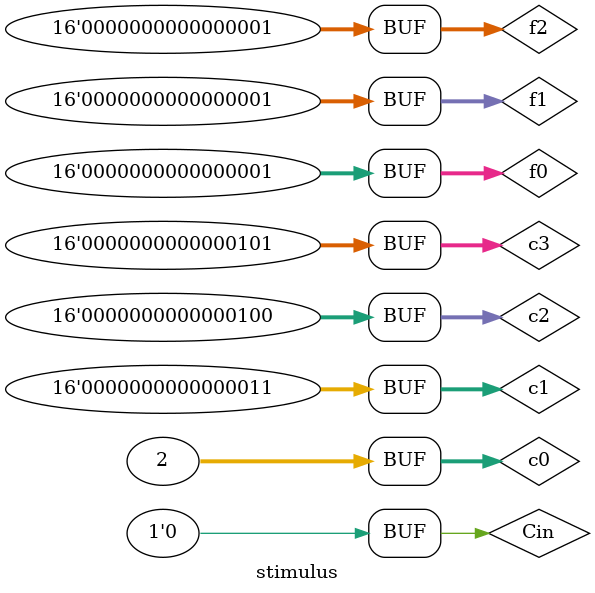
<source format=v>

`timescale 1ns / 1ps
module stimulus;
    // Inputs
    reg [31:0] c0;
    
	reg [15:0] c1;
	reg [15:0] f0;
	
	reg [15:0] c2;
	reg [15:0] f1;
	
	reg [15:0] c3;
	reg [15:0] f2;
	
    reg Cin;
    wire[31:0] y;
    Regression_nV_py uut(
        c0,
        c1,
        f0,
        c2,
        f1,
        c3,
        f2,
       Cin, 
       y
    );

    initial begin
    $dumpfile("test_Transpiler_py.vcd");
    $dumpvars(0, stimulus);
    // Initialize Inputs
    c0 = 31
    'b0000000000000000;
    f0 = 16'b0000000000000000;
    c1 = 16'b0000000000000000;
    f1 = 16'b0000000000000000;
    c2 = 16'b0000000000000000;
    f2 = 16'b0000000000000000;
    c3 = 16'b0000000000000000;
    Cin = 0;
#20 c0 = 2;
    c1=16'd3;
	f0 = 16'd1;
    c2=16'd4;
	f1 = 16'd1;
    c3=16'd5;
	f2 = 16'd1;
	end

        initial begin
        $monitor("c0=%d,f0=%d, c1=%df1=%d, c2=%df2=%d, c3=%dresult=%d", c0, c1, f0, c2, f1, c3, f2, y);
    end

endmodule
</source>
